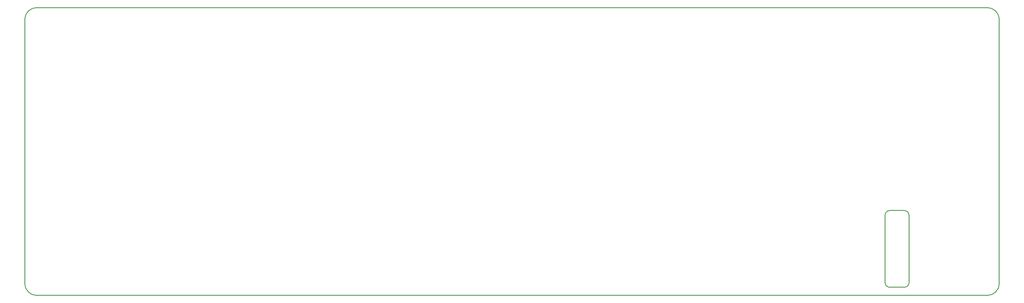
<source format=gbr>
%TF.GenerationSoftware,KiCad,Pcbnew,(5.0.0-rc2-dev-632-g76d3b6f04)*%
%TF.CreationDate,2018-06-22T20:22:36+02:00*%
%TF.ProjectId,CellsBoard,43656C6C73426F6172642E6B69636164,rev?*%
%TF.SameCoordinates,Original*%
%TF.FileFunction,Profile,NP*%
%FSLAX46Y46*%
G04 Gerber Fmt 4.6, Leading zero omitted, Abs format (unit mm)*
G04 Created by KiCad (PCBNEW (5.0.0-rc2-dev-632-g76d3b6f04)) date 06/22/18 20:22:36*
%MOMM*%
%LPD*%
G01*
G04 APERTURE LIST*
%ADD10C,0.150000*%
G04 APERTURE END LIST*
D10*
X229750000Y-132300000D02*
X232750000Y-132300000D01*
X228750000Y-147300000D02*
X228750000Y-133300000D01*
X232750000Y-148300000D02*
X229750000Y-148300000D01*
X233750000Y-133300000D02*
X233750000Y-147300000D01*
X229750000Y-148300000D02*
G75*
G02X228750000Y-147300000I0J1000000D01*
G01*
X228750000Y-133300000D02*
G75*
G02X229750000Y-132300000I1000000J0D01*
G01*
X232750000Y-132300000D02*
G75*
G02X233750000Y-133300000I0J-1000000D01*
G01*
X233750000Y-147300000D02*
G75*
G02X232750000Y-148300000I-1000000J0D01*
G01*
X250000000Y-90000000D02*
X52500000Y-90000000D01*
X250000000Y-90000000D02*
G75*
G02X252500000Y-92500000I0J-2500000D01*
G01*
X252500000Y-147500000D02*
X252500000Y-92500000D01*
X252500000Y-147500000D02*
G75*
G02X250000000Y-150000000I-2500000J0D01*
G01*
X52500000Y-150000000D02*
X250000000Y-150000000D01*
X52500000Y-150000000D02*
G75*
G02X50000000Y-147500000I0J2500000D01*
G01*
X50000000Y-92500000D02*
X50000000Y-147500000D01*
X50000000Y-92500000D02*
G75*
G02X52500000Y-90000000I2500000J0D01*
G01*
M02*

</source>
